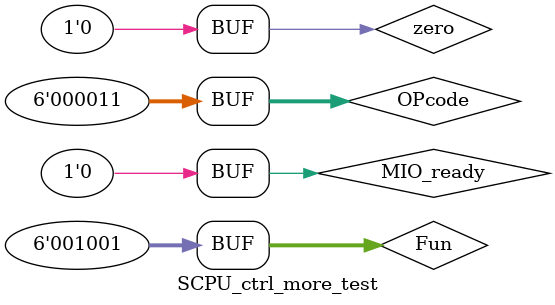
<source format=v>
`timescale 1ns / 1ps


module SCPU_ctrl_more_test;

	// Inputs
	reg [5:0] OPcode;
	reg [5:0] Fun;
	reg MIO_ready;
	reg zero;

	// Outputs
	wire RegDst;
	wire ALUSrc_B;
	wire [1:0] DatatoReg;
	wire Jal;
	wire [1:0] Branch;
	wire RegWrite;
	wire [2:0] ALU_Control;
	wire mem_w;
	wire CPU_MIO;

	// Instantiate the Unit Under Test (UUT)
	SCPU_ctrl_more uut (
		.OPcode(OPcode), 
		.Fun(Fun), 
		.MIO_ready(MIO_ready), 
		.zero(zero), 
		.RegDst(RegDst), 
		.ALUSrc_B(ALUSrc_B), 
		.DatatoReg(DatatoReg), 
		.Jal(Jal), 
		.Branch(Branch), 
		.RegWrite(RegWrite), 
		.ALU_Control(ALU_Control), 
		.mem_w(mem_w), 
		.CPU_MIO(CPU_MIO)
	);

	initial begin
		// Initialize Inputs
		OPcode = 0;
		Fun = 0;
		MIO_ready = 0;
		zero = 0;

		// Wait 100 ns for global reset to finish
		#100;
        
		// Add stimulus here
		OPcode = 6'b001000;
		#50;
		OPcode = 6'b000000;
		Fun = 6'b100000;
		#50;
		Fun = 6'b001000;
		#50;
		Fun = 6'b001001;
		#50;
		OPcode = 6'b001111;
		#50;
		OPcode = 6'b100011;
		#50;
		OPcode = 6'b101011;
		#50;
		OPcode = 6'b000100;
		#50;
		OPcode = 6'b000101;
		#50;
		OPcode = 6'b000010;
		#50;
		OPcode = 6'b000011;
		#50;
	end
      
endmodule


</source>
